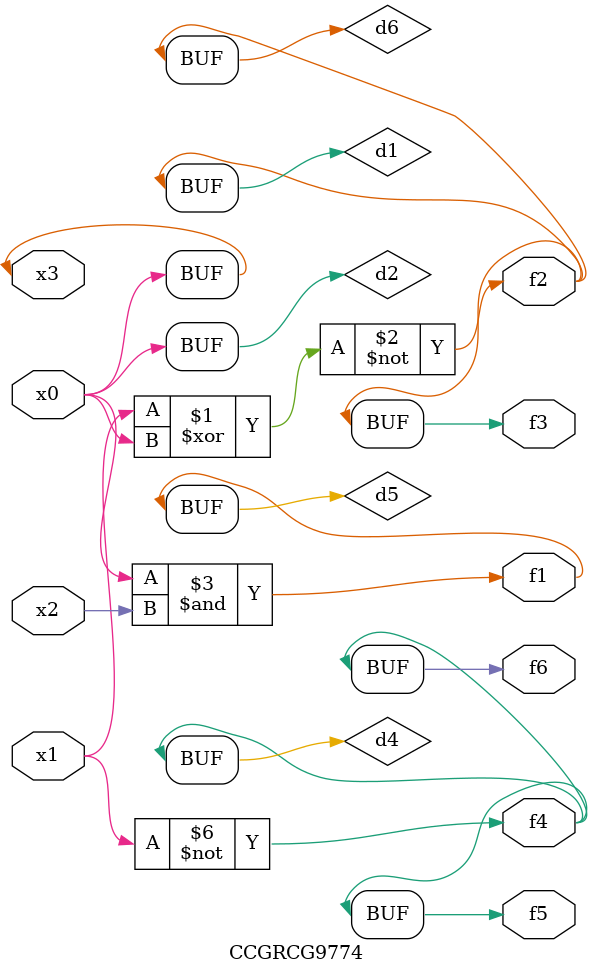
<source format=v>
module CCGRCG9774(
	input x0, x1, x2, x3,
	output f1, f2, f3, f4, f5, f6
);

	wire d1, d2, d3, d4, d5, d6;

	xnor (d1, x1, x3);
	buf (d2, x0, x3);
	nand (d3, x0, x2);
	not (d4, x1);
	nand (d5, d3);
	or (d6, d1);
	assign f1 = d5;
	assign f2 = d6;
	assign f3 = d6;
	assign f4 = d4;
	assign f5 = d4;
	assign f6 = d4;
endmodule

</source>
